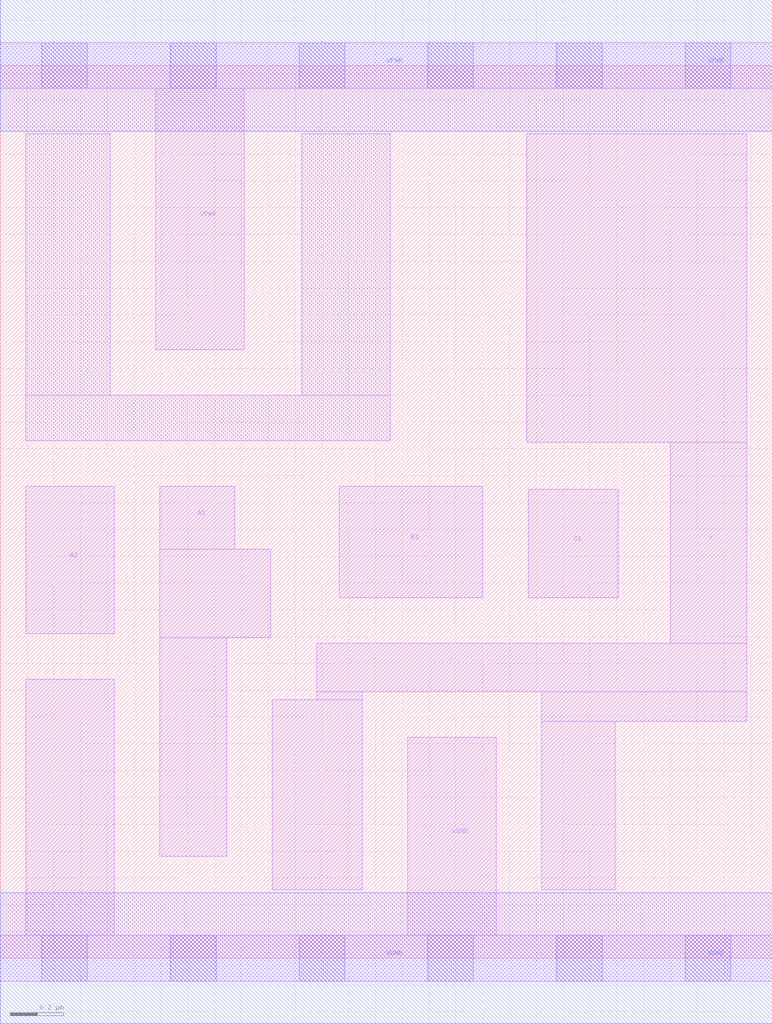
<source format=lef>
# Copyright 2020 The SkyWater PDK Authors
#
# Licensed under the Apache License, Version 2.0 (the "License");
# you may not use this file except in compliance with the License.
# You may obtain a copy of the License at
#
#     https://www.apache.org/licenses/LICENSE-2.0
#
# Unless required by applicable law or agreed to in writing, software
# distributed under the License is distributed on an "AS IS" BASIS,
# WITHOUT WARRANTIES OR CONDITIONS OF ANY KIND, either express or implied.
# See the License for the specific language governing permissions and
# limitations under the License.
#
# SPDX-License-Identifier: Apache-2.0

VERSION 5.7 ;
  NAMESCASESENSITIVE ON ;
  NOWIREEXTENSIONATPIN ON ;
  DIVIDERCHAR "/" ;
  BUSBITCHARS "[]" ;
UNITS
  DATABASE MICRONS 200 ;
END UNITS
MACRO sky130_fd_sc_lp__a211oi_1
  CLASS CORE ;
  SOURCE USER ;
  FOREIGN sky130_fd_sc_lp__a211oi_1 ;
  ORIGIN  0.000000  0.000000 ;
  SIZE  2.880000 BY  3.330000 ;
  SYMMETRY X Y R90 ;
  SITE unit ;
  PIN A1
    ANTENNAGATEAREA  0.315000 ;
    DIRECTION INPUT ;
    USE SIGNAL ;
    PORT
      LAYER li1 ;
        RECT 0.595000 0.380000 0.845000 1.195000 ;
        RECT 0.595000 1.195000 1.010000 1.525000 ;
        RECT 0.595000 1.525000 0.875000 1.760000 ;
    END
  END A1
  PIN A2
    ANTENNAGATEAREA  0.315000 ;
    DIRECTION INPUT ;
    USE SIGNAL ;
    PORT
      LAYER li1 ;
        RECT 0.095000 1.210000 0.425000 1.760000 ;
    END
  END A2
  PIN B1
    ANTENNAGATEAREA  0.315000 ;
    DIRECTION INPUT ;
    USE SIGNAL ;
    PORT
      LAYER li1 ;
        RECT 1.265000 1.345000 1.800000 1.760000 ;
    END
  END B1
  PIN C1
    ANTENNAGATEAREA  0.315000 ;
    DIRECTION INPUT ;
    USE SIGNAL ;
    PORT
      LAYER li1 ;
        RECT 1.970000 1.345000 2.305000 1.750000 ;
    END
  END C1
  PIN Y
    ANTENNADIFFAREA  0.884100 ;
    DIRECTION OUTPUT ;
    USE SIGNAL ;
    PORT
      LAYER li1 ;
        RECT 1.015000 0.255000 1.350000 0.965000 ;
        RECT 1.180000 0.965000 1.350000 0.995000 ;
        RECT 1.180000 0.995000 2.785000 1.175000 ;
        RECT 1.965000 1.925000 2.785000 3.075000 ;
        RECT 2.020000 0.255000 2.295000 0.885000 ;
        RECT 2.020000 0.885000 2.785000 0.995000 ;
        RECT 2.500000 1.175000 2.785000 1.925000 ;
    END
  END Y
  PIN VGND
    DIRECTION INOUT ;
    USE GROUND ;
    PORT
      LAYER li1 ;
        RECT 0.000000 -0.085000 2.880000 0.085000 ;
        RECT 0.095000  0.085000 0.425000 1.040000 ;
        RECT 1.520000  0.085000 1.850000 0.825000 ;
      LAYER mcon ;
        RECT 0.155000 -0.085000 0.325000 0.085000 ;
        RECT 0.635000 -0.085000 0.805000 0.085000 ;
        RECT 1.115000 -0.085000 1.285000 0.085000 ;
        RECT 1.595000 -0.085000 1.765000 0.085000 ;
        RECT 2.075000 -0.085000 2.245000 0.085000 ;
        RECT 2.555000 -0.085000 2.725000 0.085000 ;
      LAYER met1 ;
        RECT 0.000000 -0.245000 2.880000 0.245000 ;
    END
  END VGND
  PIN VPWR
    DIRECTION INOUT ;
    USE POWER ;
    PORT
      LAYER li1 ;
        RECT 0.000000 3.245000 2.880000 3.415000 ;
        RECT 0.580000 2.270000 0.910000 3.245000 ;
      LAYER mcon ;
        RECT 0.155000 3.245000 0.325000 3.415000 ;
        RECT 0.635000 3.245000 0.805000 3.415000 ;
        RECT 1.115000 3.245000 1.285000 3.415000 ;
        RECT 1.595000 3.245000 1.765000 3.415000 ;
        RECT 2.075000 3.245000 2.245000 3.415000 ;
        RECT 2.555000 3.245000 2.725000 3.415000 ;
      LAYER met1 ;
        RECT 0.000000 3.085000 2.880000 3.575000 ;
    END
  END VPWR
  OBS
    LAYER li1 ;
      RECT 0.095000 1.930000 1.455000 2.100000 ;
      RECT 0.095000 2.100000 0.410000 3.075000 ;
      RECT 1.125000 2.100000 1.455000 3.075000 ;
  END
END sky130_fd_sc_lp__a211oi_1

</source>
